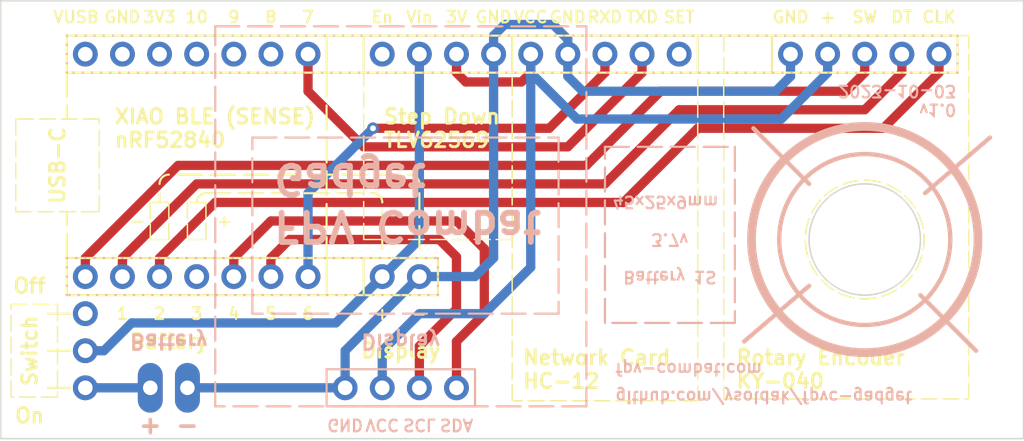
<source format=kicad_pcb>
(kicad_pcb (version 20221018) (generator pcbnew)
  (layers (0 "F.Cu" signal) (31 "B.Cu" signal) (34 "B.Paste" user) (35 "F.Paste" user) (36 "B.SilkS" user "B.Silkscreen") (37 "F.SilkS" user "F.Silkscreen") (38 "B.Mask" user) (39 "F.Mask" user) (44 "Edge.Cuts" user))
  (net 0 "")
  (net 1 "Net-(SW1-B)")
  (net 2 "Net-(BT1-+)")
  (net 3 "-BATT")
  (net 4 "+3.3V")
  (net 5 "Net-(U1-PA02_A0_D0)")
  (net 6 "Net-(U1-PA4_A1_D1)")
  (net 7 "Net-(U1-PA10_A2_D2)")
  (net 9 "Net-(U1-PA8_A4_D4_SDA)")
  (net 10 "Net-(U1-PA9_A5_D5_SCL)")
  (net 11 "Net-(U1-PB08_A6_D6_TX)")
  (net 12 "Net-(U1-PB09_A7_D7_RX)")
  (footprint "Gadget:XIAO-NRF52840" (layer "F.Cu") (at 108.41 82.55 90)
    (fp_text reference "U1" hide)
    (fp_text value "SeeeduinoXIAO nRF52840" hide)
    (fp_rect (start -5.08 -3.175) (end -2.54 -1.905) (stroke (width 0.1) (type dash)) (fill none) (layer "F.SilkS"))
    (fp_rect (start -5.08 -0.635) (end -2.54 0.635) (stroke (width 0.1) (type dash)) (fill none) (layer "F.SilkS"))
    (fp_rect (start -3.175 -12.3825) (end 3.175 -6.6675) (stroke (width 0.1) (type dash)) (fill none) (layer "F.SilkS"))
    (pad "1" thru_hole circle (at -7.62 -7.62 90) (size 1.7 1.7) (drill 1) (layers "*.Cu" "*.Mask") (net 5 "Net-(U1-PA02_A0_D0)"))
    (pad "2" thru_hole circle (at -7.62 -5.08 90) (size 1.7 1.7) (drill 1) (layers "*.Cu" "*.Mask") (net 6 "Net-(U1-PA4_A1_D1)"))
    (pad "3" thru_hole circle (at -7.62 -2.54 90) (size 1.7 1.7) (drill 1) (layers "*.Cu" "*.Mask") (net 7 "Net-(U1-PA10_A2_D2)"))
    (pad "4" thru_hole circle (at -7.62 0 90) (size 1.7 1.7) (drill 1) (layers "*.Cu" "*.Mask"))
    (pad "5" thru_hole circle (at -7.62 2.54 90) (size 1.7 1.7) (drill 1) (layers "*.Cu" "*.Mask") (net 9 "Net-(U1-PA8_A4_D4_SDA)"))
    (pad "6" thru_hole circle (at -7.62 5.08 90) (size 1.7 1.7) (drill 1) (layers "*.Cu" "*.Mask") (net 10 "Net-(U1-PA9_A5_D5_SCL)"))
    (pad "7" thru_hole circle (at -7.62 7.62 90) (size 1.7 1.7) (drill 1) (layers "*.Cu" "*.Mask") (net 11 "Net-(U1-PB08_A6_D6_TX)"))
    (pad "8" thru_hole circle (at 7.62 7.62 90) (size 1.7 1.7) (drill 1) (layers "*.Cu" "*.Mask") (net 12 "Net-(U1-PB09_A7_D7_RX)"))
    (pad "9" thru_hole circle (at 7.62 5.08 90) (size 1.7 1.7) (drill 1) (layers "*.Cu" "*.Mask"))
    (pad "10" thru_hole circle (at 7.62 2.54 90) (size 1.7 1.7) (drill 1) (layers "*.Cu" "*.Mask"))
    (pad "11" thru_hole circle (at 7.62 0 90) (size 1.7 1.7) (drill 1) (layers "*.Cu" "*.Mask"))
    (pad "12" thru_hole circle (at 7.62 -2.54 90) (size 1.7 1.7) (drill 1) (layers "*.Cu" "*.Mask"))
    (pad "13" thru_hole circle (at 7.62 -5.08 90) (size 1.7 1.7) (drill 1) (layers "*.Cu" "*.Mask"))
    (pad "14" thru_hole circle (at 7.62 -7.62 90) (size 1.7 1.7) (drill 1) (layers "*.Cu" "*.Mask"))
    (pad "15" thru_hole circle (at -7.62 12.7 270) (size 1.7 1.7) (drill 1) (layers "*.Cu" "*.Mask") (net 1 "Net-(SW1-B)"))
    (pad "16" thru_hole circle (at -7.62 15.24 270) (size 1.7 1.7) (drill 1) (layers "*.Cu" "*.Mask") (net 3 "-BATT"))
  )
  (footprint "Gadget:TLV62569" (layer "F.Cu") (at 124.92 74.93 90)
    (fp_text reference "U5" hide)
    (fp_text value "TLV62569 " hide)
    (fp_rect (start 1.27 -5.08) (end -12.7 5.08) (stroke (width 0.1) (type dash)) (fill none) (layer "F.SilkS"))
    (pad "1" thru_hole circle (at 0 -3.81 90) (size 1.7 1.7) (drill 1) (layers "*.Cu" "*.Mask"))
    (pad "2" thru_hole oval (at 0 -1.27 90) (size 1.7 1.7) (drill 1) (layers "*.Cu" "*.Mask") (net 1 "Net-(SW1-B)"))
    (pad "3" thru_hole oval (at 0 1.27 90) (size 1.7 1.7) (drill 1) (layers "*.Cu" "*.Mask") (net 4 "+3.3V"))
    (pad "4" thru_hole oval (at 0 3.81 90) (size 1.7 1.7) (drill 1) (layers "*.Cu" "*.Mask") (net 3 "-BATT"))
  )
  (footprint "Gadget:HC-12" (layer "F.Cu") (at 136.35 74.93 90)
    (fp_text reference "U4" hide)
    (fp_text value "HC-12" hide)
    (fp_rect (start 1.27 -6.35) (end -23.749 6.35) (stroke (width 0.1) (type dash)) (fill none) (layer "F.SilkS"))
    (pad "1" thru_hole circle (at 0 -5.08 90) (size 1.7 1.7) (drill 1) (layers "*.Cu" "*.Mask") (net 4 "+3.3V"))
    (pad "2" thru_hole oval (at 0 -2.54 90) (size 1.7 1.7) (drill 1) (layers "*.Cu" "*.Mask") (net 3 "-BATT"))
    (pad "3" thru_hole oval (at 0 0 90) (size 1.7 1.7) (drill 1) (layers "*.Cu" "*.Mask") (net 11 "Net-(U1-PB08_A6_D6_TX)"))
    (pad "4" thru_hole oval (at 0 2.54 90) (size 1.7 1.7) (drill 1) (layers "*.Cu" "*.Mask") (net 12 "Net-(U1-PB09_A7_D7_RX)"))
    (pad "5" thru_hole oval (at 0 5.08 90) (size 1.7 1.7) (drill 1) (layers "*.Cu" "*.Mask"))
  )
  (footprint "Gadget:RotaryEncoder KY-040" (layer "F.Cu") (at 151.59 74.93 90)
    (fp_text reference "U2" hide)
    (fp_text value "KY-040" hide)
    (fp_rect (start -23.622 -7.112) (end 1.27 9.652) (stroke (width 0.1) (type dash)) (fill none) (layer "F.SilkS"))
    (fp_circle (center -12.7 2.54) (end -8.636 2.54) (stroke (width 0.1) (type dash)) (fill none) (layer "F.SilkS"))
    (pad "1" thru_hole circle (at 0 -2.54 90) (size 1.7 1.7) (drill 1) (layers "*.Cu" "*.Mask") (net 3 "-BATT"))
    (pad "2" thru_hole oval (at 0 0 90) (size 1.7 1.7) (drill 1) (layers "*.Cu" "*.Mask") (net 4 "+3.3V"))
    (pad "3" thru_hole oval (at 0 2.54 90) (size 1.7 1.7) (drill 1) (layers "*.Cu" "*.Mask") (net 5 "Net-(U1-PA02_A0_D0)"))
    (pad "4" thru_hole oval (at 0 5.08 90) (size 1.7 1.7) (drill 1) (layers "*.Cu" "*.Mask") (net 6 "Net-(U1-PA4_A1_D1)"))
    (pad "5" thru_hole oval (at 0 7.62 90) (size 1.7 1.7) (drill 1) (layers "*.Cu" "*.Mask") (net 7 "Net-(U1-PA10_A2_D2)"))
  )
  (footprint "Gadget:Switch" (layer "F.Cu") (at 100.79 97.79 180)
    (fp_text reference "SW1" hide)
    (fp_text value "SW_SPST" hide)
    (pad "" thru_hole circle (at 0 5.08 180) (size 1.7 1.7) (drill 1) (layers "*.Cu" "*.Mask"))
    (pad "1" thru_hole circle (at 0 0 180) (size 1.7 1.7) (drill 1) (layers "*.Cu" "*.Mask") (net 2 "Net-(BT1-+)"))
    (pad "2" thru_hole oval (at 0 2.54 180) (size 1.7 1.7) (drill 1) (layers "*.Cu" "*.Mask") (net 1 "Net-(SW1-B)"))
  )
  (footprint "Gadget:Display 0.96 128x64" (layer "B.Cu") (at 122.38 97.79 -90)
    (fp_text reference "U3" hide)
    (fp_text value "Display 128x64" hide)
    (pad "1" thru_hole circle (at 0 3.81 270) (size 1.7 1.7) (drill 1) (layers "*.Cu" "*.Mask") (net 3 "-BATT"))
    (pad "2" thru_hole circle (at 0 1.27 270) (size 1.7 1.7) (drill 1) (layers "*.Cu" "*.Mask") (net 4 "+3.3V"))
    (pad "3" thru_hole oval (at 0 -1.27 270) (size 1.7 1.7) (drill 1) (layers "*.Cu" "*.Mask") (net 10 "Net-(U1-PA9_A5_D5_SCL)"))
    (pad "4" thru_hole oval (at 0 -3.81 270) (size 1.7 1.7) (drill 1) (layers "*.Cu" "*.Mask") (net 9 "Net-(U1-PA8_A4_D4_SDA)"))
  )
  (footprint "Gadget:Battery Connector" (layer "B.Cu") (at 105.235 97.79 -90)
    (fp_text reference "BT1" hide)
    (fp_text value "Battery_Cell" hide)
    (pad "1" thru_hole oval (at 0 0 270) (size 3.4 1.7) (drill 1) (layers "*.Cu" "*.Mask") (net 2 "Net-(BT1-+)"))
    (pad "2" thru_hole oval (at 0 -2.54 270) (size 3.4 1.7) (drill 1) (layers "*.Cu" "*.Mask") (net 3 "-BATT"))
  )
  (gr_circle (center 154.13 87.63) (end 159.984411 87.63) (stroke (width 0.3)) (fill none) (layer "B.SilkS"))
  (gr_circle (center 154.13 87.63) (end 161.881163 87.63) (stroke (width 0.6)) (fill none) (layer "B.SilkS"))
  (gr_line (start 162.7025 80.645) (end 158.2575 84.455) (stroke (width 0.3)) (layer "B.SilkS"))
  (gr_line (start 146.51 80.01) (end 150.32 83.82) (stroke (width 0.3)) (layer "B.SilkS"))
  (gr_rect (start 117.3 96.52) (end 127.46 99.06) (stroke (width 0.15)) (fill none) (layer "B.SilkS"))
  (gr_rect (start 99.52 73.66) (end 160.48 76.2) (stroke (width 0.15) (type dot)) (fill none) (layer "B.SilkS"))
  (gr_rect (start 112.22 80.645) (end 133.175 92.71) (stroke (width 0.15) (type dash)) (fill none) (layer "B.SilkS"))
  (gr_rect (start 99.52 88.9) (end 124.92 91.44) (stroke (width 0.15) (type dot)) (fill none) (layer "B.SilkS"))
  (gr_rect (start 109.68 73.025) (end 135.08 99.06) (stroke (width 0.15) (type dash)) (fill none) (layer "B.SilkS"))
  (gr_line (start 150.32 90.805) (end 145.875 94.615) (stroke (width 0.3)) (layer "B.SilkS"))
  (gr_line (start 157.94 91.44) (end 161.75 95.25) (stroke (width 0.3)) (layer "B.SilkS"))
  (gr_rect (start 136.35 81.28) (end 145.24 93.345) (stroke (width 0.15) (type dash)) (fill none) (layer "B.SilkS"))
  (gr_line (start 105.87 85.09) (end 105.87 84.455) (stroke (width 0.15) (type dash)) (layer "F.SilkS"))
  (gr_rect (start 95.71 92.075) (end 98.885 98.425) (stroke (width 0.1) (type dash)) (fill none) (layer "F.SilkS"))
  (gr_line (start 142.7 73.66) (end 142.7 76.2) (stroke (width 0.15)) (layer "F.SilkS"))
  (gr_line (start 117.3 88.9) (end 117.3 91.44) (stroke (width 0.15)) (layer "F.SilkS"))
  (gr_line (start 98.25 97.79) (end 99.774 97.79) (stroke (width 0.15) (type dash)) (layer "F.SilkS"))
  (gr_line (start 119.84 73.66) (end 119.84 76.2) (stroke (width 0.15)) (layer "F.SilkS"))
  (gr_line (start 99.52 76.2) (end 99.52 79.375) (stroke (width 0.15) (type dash)) (layer "F.SilkS"))
  (gr_line (start 147.78 73.66) (end 147.78 76.2) (stroke (width 0.15)) (layer "F.SilkS"))
  (gr_line (start 117.3 73.66) (end 117.3 76.2) (stroke (width 0.15)) (layer "F.SilkS"))
  (gr_line (start 98.25 92.71) (end 99.774 92.71) (stroke (width 0.15) (type dash)) (layer "F.SilkS"))
  (gr_line (start 119.84 88.9) (end 119.84 91.44) (stroke (width 0.15)) (layer "F.SilkS"))
  (gr_arc (start 123.015001 83.185001) (mid 123.464013 83.370988) (end 123.65 83.82) (stroke (width 0.15)) (layer "F.SilkS"))
  (gr_line (start 130 73.66) (end 130 76.2) (stroke (width 0.15)) (layer "F.SilkS"))
  (gr_line (start 109.045 84.455) (end 120.474999 84.455002) (stroke (width 0.15) (type dash)) (layer "F.SilkS"))
  (gr_rect (start 99.52 73.66) (end 160.48 76.2) (stroke (width 0.15)) (fill none) (layer "F.SilkS"))
  (gr_line (start 117.3 76.2) (end 117.3 88.9) (stroke (width 0.15) (type dash)) (layer "F.SilkS"))
  (gr_line (start 121.11 88.265) (end 121.11 85.725) (stroke (width 0.15) (type dash)) (layer "F.SilkS"))
  (gr_line (start 123.65 84.455) (end 123.65 88.265) (stroke (width 0.15) (type dash)) (layer "F.SilkS"))
  (gr_rect (start 99.52 88.9) (end 124.92 91.44) (stroke (width 0.15)) (fill none) (layer "F.SilkS"))
  (gr_arc (start 108.41 85.09) (mid 108.595987 84.640987) (end 109.045 84.455) (stroke (width 0.15)) (layer "F.SilkS"))
  (gr_line (start 99.52 88.9) (end 99.52 85.725) (stroke (width 0.15) (type dash)) (layer "F.SilkS"))
  (gr_line (start 98.25 95.25) (end 99.774 95.25) (stroke (width 0.15) (type dash)) (layer "F.SilkS"))
  (gr_rect (start 117.3 96.52) (end 127.46 99.06) (stroke (width 0.15) (type dot)) (fill none) (layer "F.SilkS"))
  (gr_arc (start 120.474999 84.455002) (mid 120.924011 84.640989) (end 121.109998 85.090001) (stroke (width 0.15)) (layer "F.SilkS"))
  (gr_arc (start 105.870001 83.820001) (mid 106.055988 83.370988) (end 106.505001 83.185001) (stroke (width 0.15)) (layer "F.SilkS"))
  (gr_line (start 107.14 83.185) (end 123.015 83.185) (stroke (width 0.15) (type dash)) (layer "F.SilkS"))
  (gr_circle (center 154.13 87.63) (end 157.94 87.63) (stroke (width 0.1)) (fill none) (layer "Edge.Cuts"))
  (gr_rect (start 95 71.27) (end 165 101.27) (stroke (width 0.1)) (fill none) (layer "Edge.Cuts"))
  (gr_text "SCL" (at 123.65 100.33 180) (layer "B.SilkS") (effects (font (size 0.8 0.8) (thickness 0.15) bold) (justify mirror)))
  (gr_text "+" (at 105.235 100.33) (layer "B.SilkS") (effects (font (size 1.2 1.2) (thickness 0.25) bold)))
  (gr_text "fpv-combat.com" (at 136.985 96.52 180) (layer "B.SilkS") (effects (font (size 0.8 0.8) (thickness 0.15) bold) (justify left mirror)))
  (gr_text "Display" (at 122.38 94.615 180) (layer "B.SilkS") (effects (font (size 1 1) (thickness 0.2) bold) (justify mirror)))
  (gr_text "VCC" (at 121.11 100.33 180) (layer "B.SilkS") (effects (font (size 0.8 0.8) (thickness 0.15) bold) (justify mirror)))
  (gr_text "SDA" (at 126.19 100.33 180) (layer "B.SilkS") (effects (font (size 0.8 0.8) (thickness 0.15) bold) (justify mirror)))
  (gr_text "-" (at 107.775 100.33) (layer "B.SilkS") (effects (font (size 1.2 1.2) (thickness 0.25) bold)))
  (gr_text "Battery" (at 106.505 94.615 180) (layer "B.SilkS") (effects (font (size 1 1) (thickness 0.2) bold) (justify mirror)))
  (gr_text "GND" (at 118.57 100.33 180) (layer "B.SilkS") (effects (font (size 0.8 0.8) (thickness 0.15) bold) (justify mirror)))
  (gr_text "Battery 1S\n\n3.7v\n\n45x25x9mm " (at 140.795 87.63 180) (layer "B.SilkS") (effects (font (size 0.8 0.8) (thickness 0.15) bold) (justify mirror)))
  (gr_text "github.com/ysoldak/fpvc-gadget" (at 136.985 98.425 180) (layer "B.SilkS") (effects (font (size 0.8 0.8) (thickness 0.15) bold) (justify left mirror)))
  (gr_text "FPV Combat\nGadget" (at 113.49 85.09 180) (layer "B.SilkS") (effects (font (size 2 2) (thickness 0.4) bold) (justify left mirror)))
  (gr_text "v1.0\n2023-10-03" (at 160.48 78.105 180) (layer "B.SilkS") (effects (font (size 0.8 0.8) (thickness 0.15) bold) (justify right mirror)))
  (gr_text "6" (at 116.03 92.71) (layer "F.SilkS") (effects (font (size 0.8 0.8) (thickness 0.15) bold)))
  (gr_text "GND" (at 103.33 72.39) (layer "F.SilkS") (effects (font (size 0.8 0.8) (thickness 0.15) bold)))
  (gr_text "GND" (at 128.73 72.39) (layer "F.SilkS") (effects (font (size 0.8 0.8) (thickness 0.15) bold)))
  (gr_text "+" (at 105.235 100.33) (layer "F.SilkS") (effects (font (size 1 1) (thickness 0.2) bold)))
  (gr_text "+" (at 151.59 72.39) (layer "F.SilkS") (effects (font (size 0.8 0.8) (thickness 0.16) bold)))
  (gr_text "4" (at 110.95 92.71) (layer "F.SilkS") (effects (font (size 0.8 0.8) (thickness 0.15) bold)))
  (gr_text "CLK" (at 159.21 72.39) (layer "F.SilkS") (effects (font (size 0.8 0.8) (thickness 0.16) bold)))
  (gr_text "SET" (at 141.43 72.39) (layer "F.SilkS") (effects (font (size 0.8 0.8) (thickness 0.15) bold)))
  (gr_text "-" (at 123.65 92.71) (layer "F.SilkS") (effects (font (size 0.8 0.8) (thickness 0.15) bold)))
  (gr_text "3V3" (at 105.87 72.39) (layer "F.SilkS") (effects (font (size 0.8 0.8) (thickness 0.15) bold)))
  (gr_text "Switch" (at 96.98 95.25 90) (layer "F.SilkS") (effects (font (size 1 1) (thickness 0.2) bold)))
  (gr_text "DT" (at 156.67 72.39) (layer "F.SilkS") (effects (font (size 0.8 0.8) (thickness 0.16) bold)))
  (gr_text "GND" (at 149.05 72.39) (layer "F.SilkS") (effects (font (size 0.8 0.8) (thickness 0.15) bold)))
  (gr_text "En" (at 121.11 72.39) (layer "F.SilkS") (effects (font (size 0.8 0.8) (thickness 0.15) bold)))
  (gr_text "9" (at 110.95 72.39) (layer "F.SilkS") (effects (font (size 0.8 0.8) (thickness 0.15) bold)))
  (gr_text "VCC" (at 131.27 72.39) (layer "F.SilkS") (effects (font (size 0.8 0.8) (thickness 0.15) bold)))
  (gr_text "3V" (at 126.19 72.39) (layer "F.SilkS") (effects (font (size 0.8 0.8) (thickness 0.15) bold)))
  (gr_text "XIAO BLE (SENSE)\nnRF52840" (at 102.695 80.01) (layer "F.SilkS") (effects (font (size 1 1) (thickness 0.2) bold) (justify left)))
  (gr_text "VUSB" (at 100.155 72.39) (layer "F.SilkS") (effects (font (size 0.8 0.8) (thickness 0.15) bold)))
  (gr_text "2" (at 105.87 92.71) (layer "F.SilkS") (effects (font (size 0.8 0.8) (thickness 0.15) bold)))
  (gr_text "Battery" (at 106.505 94.615) (layer "F.SilkS") (effects (font (size 1 1) (thickness 0.2) bold)))
  (gr_text "On" (at 96.98 99.695) (layer "F.SilkS") (effects (font (size 1 1) (thickness 0.2) bold)))
  (gr_text "Off" (at 96.98 90.805) (layer "F.SilkS") (effects (font (size 1 1) (thickness 0.2) bold)))
  (gr_text "Rotary Encoder\nKY-040" (at 145.24 96.52) (layer "F.SilkS") (effects (font (size 1 1) (thickness 0.2) bold) (justify left)))
  (gr_text "Network Card\nHC-12" (at 130.635 96.52) (layer "F.SilkS") (effects (font (size 1 1) (thickness 0.2) bold) (justify left)))
  (gr_text "8" (at 113.49 72.39) (layer "F.SilkS") (effects (font (size 0.8 0.8) (thickness 0.15) bold)))
  (gr_text "-" (at 107.775 100.33) (layer "F.SilkS") (effects (font (size 1 1) (thickness 0.2) bold)))
  (gr_text "Vin" (at 123.65 72.39) (layer "F.SilkS") (effects (font (size 0.8 0.8) (thickness 0.15) bold)))
  (gr_text "TXD" (at 138.89 72.39) (layer "F.SilkS") (effects (font (size 0.8 0.8) (thickness 0.15) bold)))
  (gr_text "-" (at 104.346 86.36) (layer "F.SilkS") (effects (font (size 0.8 0.8) (thickness 0.15) bold)))
  (gr_text "SW" (at 154.13 72.39) (layer "F.SilkS") (effects (font (size 0.8 0.8) (thickness 0.16) bold)))
  (gr_text "GND" (at 133.81 72.39) (layer "F.SilkS") (effects (font (size 0.8 0.8) (thickness 0.15) bold)))
  (gr_text "Display" (at 122.38 95.25) (layer "F.SilkS") (effects (font (size 1 1) (thickness 0.2) bold)))
  (gr_text "+" (at 110.315 86.36) (layer "F.SilkS") (effects (font (size 0.8 0.8) (thickness 0.15) bold)))
  (gr_text "5" (at 113.49 92.71) (layer "F.SilkS") (effects (font (size 0.8 0.8) (thickness 0.15) bold)))
  (gr_text "7" (at 116.03 72.39) (layer "F.SilkS") (effects (font (size 0.8 0.8) (thickness 0.15) bold)))
  (gr_text "10" (at 108.41 72.39) (layer "F.SilkS") (effects (font (size 0.8 0.8) (thickness 0.15) bold)))
  (gr_text "Step Down\nTLV62569" (at 121.11 80.01) (layer "F.SilkS") (effects (font (size 1 1) (thickness 0.2) bold) (justify left)))
  (gr_text "RXD" (at 136.35 72.39) (layer "F.SilkS") (effects (font (size 0.8 0.8) (thickness 0.15) bold)))
  (gr_text "1" (at 103.33 92.71) (layer "F.SilkS") (effects (font (size 0.8 0.8) (thickness 0.15) bold)))
  (gr_text "+" (at 121.11 92.71) (layer "F.SilkS") (effects (font (size 0.8 0.8) (thickness 0.15) bold)))
  (gr_text "USB-C" (at 98.885 82.55 90) (layer "F.SilkS") (effects (font (size 1 1) (thickness 0.2) bold)))
  (gr_text "3" (at 108.41 92.71) (layer "F.SilkS") (effects (font (size 0.8 0.8) (thickness 0.15) bold)))
  (segment (start 102.06 95.25) (end 100.79 95.25) (width 0.635) (layer "B.Cu") (net 1))
  (segment (start 123.65 74.93) (end 123.65 87.63) (width 0.635) (layer "B.Cu") (net 1))
  (segment (start 117.935 93.345) (end 103.965 93.345) (width 0.635) (layer "B.Cu") (net 1))
  (segment (start 121.11 90.17) (end 117.935 93.345) (width 0.635) (layer "B.Cu") (net 1))
  (segment (start 123.65 87.63) (end 121.11 90.17) (width 0.635) (layer "B.Cu") (net 1))
  (segment (start 103.965 93.345) (end 102.06 95.25) (width 0.635) (layer "B.Cu") (net 1))
  (segment (start 105.235 97.79) (end 100.79 97.79) (width 0.635) (layer "B.Cu") (net 2))
  (segment (start 118.57 95.25) (end 118.57 97.79) (width 0.635) (layer "B.Cu") (net 3))
  (segment (start 128.73 73.66) (end 128.73 74.93) (width 0.635) (layer "B.Cu") (net 3))
  (segment (start 128.73 74.93) (end 128.73 88.9) (width 0.635) (layer "B.Cu") (net 3))
  (segment (start 133.81 73.914) (end 132.794 72.898) (width 0.635) (layer "B.Cu") (net 3))
  (segment (start 127.46 90.17) (end 123.65 90.17) (width 0.635) (layer "B.Cu") (net 3))
  (segment (start 149.05 76.454) (end 148.034 77.47) (width 0.635) (layer "B.Cu") (net 3))
  (segment (start 128.73 88.9) (end 127.46 90.17) (width 0.635) (layer "B.Cu") (net 3))
  (segment (start 133.81 76.454) (end 133.81 74.93) (width 0.635) (layer "B.Cu") (net 3))
  (segment (start 134.826 77.47) (end 133.81 76.454) (width 0.635) (layer "B.Cu") (net 3))
  (segment (start 107.775 97.79) (end 118.57 97.79) (width 0.635) (layer "B.Cu") (net 3))
  (segment (start 132.794 72.898) (end 129.492 72.898) (width 0.635) (layer "B.Cu") (net 3))
  (segment (start 129.492 72.898) (end 128.73 73.66) (width 0.635) (layer "B.Cu") (net 3))
  (segment (start 149.05 74.93) (end 149.05 76.454) (width 0.635) (layer "B.Cu") (net 3))
  (segment (start 133.81 74.93) (end 133.81 73.914) (width 0.635) (layer "B.Cu") (net 3))
  (segment (start 123.65 90.17) (end 118.57 95.25) (width 0.635) (layer "B.Cu") (net 3))
  (segment (start 148.034 77.47) (end 134.826 77.47) (width 0.635) (layer "B.Cu") (net 3))
  (segment (start 131.27 76.2) (end 131.27 74.93) (width 0.635) (layer "F.Cu") (net 4))
  (segment (start 130.635 76.835) (end 131.27 76.2) (width 0.635) (layer "F.Cu") (net 4))
  (segment (start 126.19 76.2) (end 126.825 76.835) (width 0.635) (layer "F.Cu") (net 4))
  (segment (start 126.825 76.835) (end 130.635 76.835) (width 0.635) (layer "F.Cu") (net 4))
  (segment (start 126.19 74.93) (end 126.19 76.2) (width 0.635) (layer "F.Cu") (net 4))
  (segment (start 151.59 76.2) (end 148.415 79.375) (width 0.635) (layer "B.Cu") (net 4))
  (segment (start 134.445 79.375) (end 131.27 76.2) (width 0.635) (layer "B.Cu") (net 4))
  (segment (start 121.11 95.25) (end 123.65 92.71) (width 0.635) (layer "B.Cu") (net 4))
  (segment (start 128.095 92.71) (end 131.27 89.535) (width 0.635) (layer "B.Cu") (net 4))
  (segment (start 121.11 97.79) (end 121.11 95.25) (width 0.635) (layer "B.Cu") (net 4))
  (segment (start 131.27 89.535) (end 131.27 74.93) (width 0.635) (layer "B.Cu") (net 4))
  (segment (start 148.415 79.375) (end 134.445 79.375) (width 0.635) (layer "B.Cu") (net 4))
  (segment (start 123.65 92.71) (end 128.095 92.71) (width 0.635) (layer "B.Cu") (net 4))
  (segment (start 151.59 74.93) (end 151.59 76.2) (width 0.635) (layer "B.Cu") (net 4))
  (segment (start 100.79 88.9) (end 100.79 90.17) (width 0.635) (layer "F.Cu") (net 5))
  (segment (start 154.13 74.93) (end 154.13 76.2) (width 0.635) (layer "F.Cu") (net 5))
  (segment (start 152.86 77.47) (end 140.16 77.47) (width 0.635) (layer "F.Cu") (net 5))
  (segment (start 135.08 82.55) (end 107.14 82.55) (width 0.635) (layer "F.Cu") (net 5))
  (segment (start 107.14 82.55) (end 100.79 88.9) (width 0.635) (layer "F.Cu") (net 5))
  (segment (start 140.16 77.47) (end 135.08 82.55) (width 0.635) (layer "F.Cu") (net 5))
  (segment (start 154.13 76.2) (end 152.86 77.47) (width 0.635) (layer "F.Cu") (net 5))
  (segment (start 156.67 76.2) (end 154.13 78.74) (width 0.635) (layer "F.Cu") (net 6))
  (segment (start 136.35 83.82) (end 108.41 83.82) (width 0.635) (layer "F.Cu") (net 6))
  (segment (start 156.67 74.93) (end 156.67 76.2) (width 0.635) (layer "F.Cu") (net 6))
  (segment (start 108.41 83.82) (end 103.33 88.9) (width 0.635) (layer "F.Cu") (net 6))
  (segment (start 154.13 78.74) (end 141.43 78.74) (width 0.635) (layer "F.Cu") (net 6))
  (segment (start 103.33 88.9) (end 103.33 90.17) (width 0.635) (layer "F.Cu") (net 6))
  (segment (start 141.43 78.74) (end 136.35 83.82) (width 0.635) (layer "F.Cu") (net 6))
  (segment (start 137.62 85.09) (end 109.68 85.09) (width 0.635) (layer "F.Cu") (net 7))
  (segment (start 109.68 85.09) (end 105.87 88.9) (width 0.635) (layer "F.Cu") (net 7))
  (segment (start 155.4 80.01) (end 142.7 80.01) (width 0.635) (layer "F.Cu") (net 7))
  (segment (start 159.21 76.2) (end 155.4 80.01) (width 0.635) (layer "F.Cu") (net 7))
  (segment (start 105.87 88.9) (end 105.87 90.17) (width 0.635) (layer "F.Cu") (net 7))
  (segment (start 142.7 80.01) (end 137.62 85.09) (width 0.635) (layer "F.Cu") (net 7))
  (segment (start 159.21 74.93) (end 159.21 76.2) (width 0.635) (layer "F.Cu") (net 7))
  (segment (start 110.95 88.9) (end 110.95 90.17) (width 0.635) (layer "F.Cu") (net 9))
  (segment (start 126.19 94.615) (end 128.095 92.71) (width 0.635) (layer "F.Cu") (net 9))
  (segment (start 126.19 97.79) (end 126.19 94.615) (width 0.635) (layer "F.Cu") (net 9))
  (segment (start 113.49 86.36) (end 110.95 88.9) (width 0.635) (layer "F.Cu") (net 9))
  (segment (start 126.19 86.36) (end 113.49 86.36) (width 0.635) (layer "F.Cu") (net 9))
  (segment (start 128.095 88.265) (end 126.19 86.36) (width 0.635) (layer "F.Cu") (net 9))
  (segment (start 128.095 92.71) (end 128.095 88.265) (width 0.635) (layer "F.Cu") (net 9))
  (segment (start 113.49 88.9) (end 113.49 90.17) (width 0.635) (layer "F.Cu") (net 10))
  (segment (start 123.65 97.79) (end 123.65 94.9325) (width 0.635) (layer "F.Cu") (net 10))
  (segment (start 126.19 88.810868) (end 125.009132 87.63) (width 0.635) (layer "F.Cu") (net 10))
  (segment (start 125.009132 87.63) (end 114.76 87.63) (width 0.635) (layer "F.Cu") (net 10))
  (segment (start 114.76 87.63) (end 113.49 88.9) (width 0.635) (layer "F.Cu") (net 10))
  (segment (start 126.19 92.3925) (end 126.19 88.810868) (width 0.635) (layer "F.Cu") (net 10))
  (segment (start 123.65 94.9325) (end 126.19 92.3925) (width 0.635) (layer "F.Cu") (net 10))
  (segment (start 136.35 76.2) (end 136.35 74.93) (width 0.635) (layer "F.Cu") (net 11))
  (segment (start 120.475 80.01) (end 132.54 80.01) (width 0.635) (layer "F.Cu") (net 11))
  (segment (start 132.54 80.01) (end 136.35 76.2) (width 0.635) (layer "F.Cu") (net 11))
  (via (at 120.475 80.01) (size 0.8) (drill 0.4) (layers "F.Cu" "B.Cu") (net 11))
  (segment (start 116.03 84.455) (end 116.03 90.17) (width 0.635) (layer "B.Cu") (net 11))
  (segment (start 120.475 80.01) (end 116.03 84.455) (width 0.635) (layer "B.Cu") (net 11))
  (segment (start 133.81 81.28) (end 119.84 81.28) (width 0.635) (layer "F.Cu") (net 12))
  (segment (start 138.89 76.2) (end 133.81 81.28) (width 0.635) (layer "F.Cu") (net 12))
  (segment (start 138.89 74.93) (end 138.89 76.2) (width 0.635) (layer "F.Cu") (net 12))
  (segment (start 119.84 81.28) (end 116.03 77.47) (width 0.635) (layer "F.Cu") (net 12))
  (segment (start 116.03 77.47) (end 116.03 74.93) (width 0.635) (layer "F.Cu") (net 12))
)
</source>
